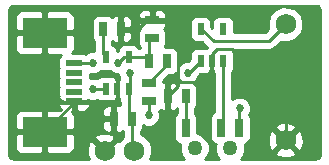
<source format=gtl>
G04 (created by PCBNEW (2013-03-31 BZR 4008)-stable) date 5/19/2013 11:59:27 AM*
%MOIN*%
G04 Gerber Fmt 3.4, Leading zero omitted, Abs format*
%FSLAX34Y34*%
G01*
G70*
G90*
G04 APERTURE LIST*
%ADD10C,0.006*%
%ADD11C,0.0688976*%
%ADD12C,0.05*%
%ADD13R,0.0275591X0.0590551*%
%ADD14R,0.025X0.045*%
%ADD15R,0.045X0.025*%
%ADD16R,0.0216535X0.0393701*%
%ADD17R,0.0551181X0.019685*%
%ADD18R,0.149606X0.0984252*%
%ADD19C,0.027*%
%ADD20C,0.01*%
G04 APERTURE END LIST*
G54D10*
G54D11*
X29330Y-18464D03*
X29330Y-22322D03*
X23307Y-22677D03*
X24291Y-22677D03*
G54D12*
X27480Y-22598D03*
X26299Y-22598D03*
G54D13*
X27185Y-21909D03*
X27775Y-21909D03*
X26003Y-21909D03*
G54D14*
X23243Y-18622D03*
X23843Y-18622D03*
X24197Y-21614D03*
X23597Y-21614D03*
X24778Y-19685D03*
X25378Y-19685D03*
G54D15*
X24763Y-20408D03*
X24763Y-21008D03*
X24881Y-18922D03*
X24881Y-18322D03*
G54D14*
X26008Y-20866D03*
X25408Y-20866D03*
G54D16*
X23346Y-20629D03*
X23720Y-20629D03*
X24094Y-20629D03*
X24094Y-19566D03*
X23346Y-19566D03*
X26496Y-19685D03*
X26870Y-19685D03*
X27244Y-19685D03*
X27244Y-18622D03*
X26496Y-18622D03*
G54D17*
X22283Y-20078D03*
X22283Y-20393D03*
X22283Y-20708D03*
X22283Y-21023D03*
X22283Y-19763D03*
G54D18*
X21299Y-18740D03*
X21299Y-22047D03*
G54D19*
X24291Y-18740D03*
X22480Y-18740D03*
X24763Y-21496D03*
X22913Y-20629D03*
X23750Y-19750D03*
X22900Y-19750D03*
X27795Y-21259D03*
X26062Y-20078D03*
X24133Y-20078D03*
G54D20*
X26870Y-19685D02*
X26870Y-19468D01*
X29330Y-21062D02*
X29330Y-22322D01*
X27559Y-19291D02*
X29330Y-21062D01*
X27047Y-19291D02*
X27559Y-19291D01*
X26870Y-19468D02*
X27047Y-19291D01*
X25748Y-20393D02*
X26535Y-20393D01*
X26870Y-20059D02*
X26870Y-19685D01*
X26535Y-20393D02*
X26870Y-20059D01*
X24881Y-18322D02*
X25329Y-18322D01*
X25748Y-20526D02*
X25408Y-20866D01*
X25748Y-18740D02*
X25748Y-20393D01*
X25748Y-20393D02*
X25748Y-20526D01*
X25329Y-18322D02*
X25748Y-18740D01*
X21299Y-18740D02*
X21299Y-22047D01*
X22480Y-18740D02*
X21299Y-18740D01*
X24291Y-18740D02*
X24709Y-18322D01*
X24709Y-18322D02*
X24881Y-18322D01*
X24173Y-18622D02*
X23843Y-18622D01*
X24291Y-18740D02*
X24173Y-18622D01*
X23597Y-21614D02*
X23597Y-21126D01*
X23597Y-21126D02*
X23720Y-21003D01*
X23597Y-21614D02*
X23597Y-22386D01*
X23597Y-22386D02*
X23307Y-22677D01*
X23720Y-21003D02*
X22303Y-21003D01*
X22303Y-21003D02*
X22283Y-21023D01*
X23720Y-20629D02*
X23720Y-21003D01*
X22283Y-21023D02*
X22283Y-21062D01*
X22283Y-21062D02*
X21299Y-22047D01*
X23346Y-19566D02*
X23243Y-19463D01*
X23243Y-19463D02*
X23243Y-18622D01*
X23346Y-20629D02*
X22913Y-20629D01*
X24763Y-21496D02*
X24763Y-21008D01*
X25378Y-19685D02*
X25378Y-19793D01*
X25378Y-19793D02*
X24763Y-20408D01*
X27244Y-19685D02*
X27244Y-21850D01*
X27244Y-21850D02*
X27185Y-21909D01*
X26008Y-20866D02*
X26008Y-21904D01*
X26008Y-21904D02*
X26003Y-21909D01*
X26496Y-18622D02*
X26929Y-19015D01*
X28779Y-19015D02*
X29330Y-18464D01*
X26929Y-19015D02*
X28779Y-19015D01*
X24881Y-18922D02*
X24778Y-19025D01*
X24778Y-19025D02*
X24778Y-19685D01*
X24094Y-19566D02*
X24660Y-19566D01*
X24660Y-19566D02*
X24778Y-19685D01*
X22283Y-19763D02*
X22886Y-19763D01*
X23933Y-19566D02*
X24094Y-19566D01*
X23750Y-19750D02*
X23933Y-19566D01*
X22886Y-19763D02*
X22900Y-19750D01*
X27775Y-21279D02*
X27775Y-21909D01*
X27795Y-21259D02*
X27775Y-21279D01*
X24094Y-20629D02*
X24133Y-20590D01*
X26102Y-20078D02*
X26496Y-19685D01*
X26062Y-20078D02*
X26102Y-20078D01*
X24133Y-20590D02*
X24133Y-20078D01*
X24197Y-21614D02*
X24197Y-22583D01*
X24197Y-22583D02*
X24291Y-22677D01*
X24094Y-20629D02*
X24094Y-21511D01*
X24094Y-21511D02*
X24197Y-21614D01*
G54D10*
G36*
X25942Y-22948D02*
X24822Y-22948D01*
X24885Y-22795D01*
X24885Y-22559D01*
X24795Y-22340D01*
X24628Y-22173D01*
X24497Y-22119D01*
X24497Y-22017D01*
X24534Y-21980D01*
X24572Y-21889D01*
X24572Y-21833D01*
X24686Y-21880D01*
X24840Y-21881D01*
X24981Y-21822D01*
X25089Y-21714D01*
X25148Y-21572D01*
X25148Y-21419D01*
X25119Y-21349D01*
X25130Y-21345D01*
X25163Y-21312D01*
X25234Y-21341D01*
X25296Y-21341D01*
X25358Y-21278D01*
X25358Y-20916D01*
X25350Y-20916D01*
X25350Y-20816D01*
X25358Y-20816D01*
X25358Y-20453D01*
X25296Y-20391D01*
X25238Y-20391D01*
X25238Y-20357D01*
X25436Y-20160D01*
X25553Y-20160D01*
X25645Y-20122D01*
X25677Y-20089D01*
X25677Y-20154D01*
X25736Y-20296D01*
X25831Y-20392D01*
X25742Y-20429D01*
X25708Y-20462D01*
X25675Y-20429D01*
X25583Y-20391D01*
X25521Y-20391D01*
X25458Y-20453D01*
X25458Y-20816D01*
X25466Y-20816D01*
X25466Y-20916D01*
X25458Y-20916D01*
X25458Y-21278D01*
X25521Y-21341D01*
X25583Y-21341D01*
X25675Y-21303D01*
X25708Y-21269D01*
X25708Y-21269D01*
X25708Y-21418D01*
X25654Y-21472D01*
X25616Y-21564D01*
X25616Y-21663D01*
X25616Y-22254D01*
X25654Y-22346D01*
X25724Y-22416D01*
X25816Y-22454D01*
X25817Y-22454D01*
X25799Y-22498D01*
X25799Y-22697D01*
X25875Y-22881D01*
X25942Y-22948D01*
X25942Y-22948D01*
G37*
G54D20*
X25942Y-22948D02*
X24822Y-22948D01*
X24885Y-22795D01*
X24885Y-22559D01*
X24795Y-22340D01*
X24628Y-22173D01*
X24497Y-22119D01*
X24497Y-22017D01*
X24534Y-21980D01*
X24572Y-21889D01*
X24572Y-21833D01*
X24686Y-21880D01*
X24840Y-21881D01*
X24981Y-21822D01*
X25089Y-21714D01*
X25148Y-21572D01*
X25148Y-21419D01*
X25119Y-21349D01*
X25130Y-21345D01*
X25163Y-21312D01*
X25234Y-21341D01*
X25296Y-21341D01*
X25358Y-21278D01*
X25358Y-20916D01*
X25350Y-20916D01*
X25350Y-20816D01*
X25358Y-20816D01*
X25358Y-20453D01*
X25296Y-20391D01*
X25238Y-20391D01*
X25238Y-20357D01*
X25436Y-20160D01*
X25553Y-20160D01*
X25645Y-20122D01*
X25677Y-20089D01*
X25677Y-20154D01*
X25736Y-20296D01*
X25831Y-20392D01*
X25742Y-20429D01*
X25708Y-20462D01*
X25675Y-20429D01*
X25583Y-20391D01*
X25521Y-20391D01*
X25458Y-20453D01*
X25458Y-20816D01*
X25466Y-20816D01*
X25466Y-20916D01*
X25458Y-20916D01*
X25458Y-21278D01*
X25521Y-21341D01*
X25583Y-21341D01*
X25675Y-21303D01*
X25708Y-21269D01*
X25708Y-21269D01*
X25708Y-21418D01*
X25654Y-21472D01*
X25616Y-21564D01*
X25616Y-21663D01*
X25616Y-22254D01*
X25654Y-22346D01*
X25724Y-22416D01*
X25816Y-22454D01*
X25817Y-22454D01*
X25799Y-22498D01*
X25799Y-22697D01*
X25875Y-22881D01*
X25942Y-22948D01*
G54D10*
G36*
X27123Y-22948D02*
X26655Y-22948D01*
X26722Y-22882D01*
X26799Y-22698D01*
X26799Y-22499D01*
X26723Y-22315D01*
X26582Y-22174D01*
X26399Y-22098D01*
X26391Y-22098D01*
X26391Y-21564D01*
X26353Y-21472D01*
X26308Y-21427D01*
X26308Y-21269D01*
X26345Y-21232D01*
X26383Y-21141D01*
X26383Y-21041D01*
X26383Y-20591D01*
X26345Y-20499D01*
X26275Y-20429D01*
X26249Y-20418D01*
X26280Y-20405D01*
X26389Y-20297D01*
X26446Y-20158D01*
X26473Y-20131D01*
X26653Y-20131D01*
X26683Y-20119D01*
X26712Y-20131D01*
X26757Y-20131D01*
X26820Y-20069D01*
X26820Y-20014D01*
X26854Y-19931D01*
X26854Y-19832D01*
X26854Y-19627D01*
X26885Y-19627D01*
X26885Y-19931D01*
X26920Y-20014D01*
X26920Y-20069D01*
X26944Y-20093D01*
X26944Y-21386D01*
X26905Y-21402D01*
X26835Y-21472D01*
X26797Y-21564D01*
X26797Y-21663D01*
X26797Y-22254D01*
X26835Y-22346D01*
X26905Y-22416D01*
X26997Y-22454D01*
X26998Y-22454D01*
X26980Y-22498D01*
X26980Y-22697D01*
X27056Y-22881D01*
X27123Y-22948D01*
X27123Y-22948D01*
G37*
G54D20*
X27123Y-22948D02*
X26655Y-22948D01*
X26722Y-22882D01*
X26799Y-22698D01*
X26799Y-22499D01*
X26723Y-22315D01*
X26582Y-22174D01*
X26399Y-22098D01*
X26391Y-22098D01*
X26391Y-21564D01*
X26353Y-21472D01*
X26308Y-21427D01*
X26308Y-21269D01*
X26345Y-21232D01*
X26383Y-21141D01*
X26383Y-21041D01*
X26383Y-20591D01*
X26345Y-20499D01*
X26275Y-20429D01*
X26249Y-20418D01*
X26280Y-20405D01*
X26389Y-20297D01*
X26446Y-20158D01*
X26473Y-20131D01*
X26653Y-20131D01*
X26683Y-20119D01*
X26712Y-20131D01*
X26757Y-20131D01*
X26820Y-20069D01*
X26820Y-20014D01*
X26854Y-19931D01*
X26854Y-19832D01*
X26854Y-19627D01*
X26885Y-19627D01*
X26885Y-19931D01*
X26920Y-20014D01*
X26920Y-20069D01*
X26944Y-20093D01*
X26944Y-21386D01*
X26905Y-21402D01*
X26835Y-21472D01*
X26797Y-21564D01*
X26797Y-21663D01*
X26797Y-22254D01*
X26835Y-22346D01*
X26905Y-22416D01*
X26997Y-22454D01*
X26998Y-22454D01*
X26980Y-22498D01*
X26980Y-22697D01*
X27056Y-22881D01*
X27123Y-22948D01*
G54D10*
G36*
X30468Y-22806D02*
X30454Y-22876D01*
X30430Y-22911D01*
X30395Y-22935D01*
X30326Y-22948D01*
X29929Y-22948D01*
X29929Y-22415D01*
X29919Y-22178D01*
X29848Y-22008D01*
X29748Y-21975D01*
X29678Y-22046D01*
X29678Y-21904D01*
X29645Y-21804D01*
X29423Y-21723D01*
X29186Y-21734D01*
X29016Y-21804D01*
X28983Y-21904D01*
X29330Y-22252D01*
X29678Y-21904D01*
X29678Y-22046D01*
X29401Y-22322D01*
X29748Y-22670D01*
X29848Y-22637D01*
X29929Y-22415D01*
X29929Y-22948D01*
X29678Y-22948D01*
X29678Y-22740D01*
X29330Y-22393D01*
X29259Y-22464D01*
X29259Y-22322D01*
X28912Y-21975D01*
X28812Y-22008D01*
X28731Y-22230D01*
X28741Y-22466D01*
X28812Y-22637D01*
X28912Y-22670D01*
X29259Y-22322D01*
X29259Y-22464D01*
X28983Y-22740D01*
X29016Y-22840D01*
X29238Y-22921D01*
X29474Y-22911D01*
X29645Y-22840D01*
X29678Y-22740D01*
X29678Y-22948D01*
X27837Y-22948D01*
X27903Y-22882D01*
X27980Y-22698D01*
X27980Y-22499D01*
X27961Y-22454D01*
X27962Y-22454D01*
X28054Y-22416D01*
X28125Y-22346D01*
X28163Y-22254D01*
X28163Y-22155D01*
X28163Y-21564D01*
X28125Y-21472D01*
X28124Y-21471D01*
X28180Y-21336D01*
X28180Y-21183D01*
X28121Y-21042D01*
X28013Y-20933D01*
X27872Y-20874D01*
X27719Y-20874D01*
X27577Y-20933D01*
X27544Y-20966D01*
X27544Y-20043D01*
X27564Y-20023D01*
X27602Y-19931D01*
X27602Y-19832D01*
X27602Y-19438D01*
X27564Y-19346D01*
X27533Y-19315D01*
X28779Y-19315D01*
X28779Y-19315D01*
X28894Y-19292D01*
X28894Y-19292D01*
X28991Y-19227D01*
X29175Y-19043D01*
X29211Y-19058D01*
X29448Y-19059D01*
X29667Y-18968D01*
X29834Y-18801D01*
X29925Y-18583D01*
X29925Y-18346D01*
X29834Y-18128D01*
X29667Y-17960D01*
X29449Y-17870D01*
X29212Y-17869D01*
X28994Y-17960D01*
X28827Y-18127D01*
X28736Y-18345D01*
X28736Y-18582D01*
X28751Y-18619D01*
X28655Y-18715D01*
X27602Y-18715D01*
X27602Y-18375D01*
X27564Y-18283D01*
X27494Y-18213D01*
X27402Y-18175D01*
X27302Y-18175D01*
X27086Y-18175D01*
X26994Y-18213D01*
X26924Y-18283D01*
X26885Y-18375D01*
X26885Y-18474D01*
X26885Y-18571D01*
X26854Y-18542D01*
X26854Y-18375D01*
X26816Y-18283D01*
X26746Y-18213D01*
X26654Y-18175D01*
X26554Y-18175D01*
X26338Y-18175D01*
X26246Y-18213D01*
X26175Y-18283D01*
X26137Y-18375D01*
X26137Y-18474D01*
X26137Y-18868D01*
X26175Y-18960D01*
X26245Y-19030D01*
X26337Y-19068D01*
X26437Y-19068D01*
X26541Y-19068D01*
X26727Y-19237D01*
X26727Y-19238D01*
X26712Y-19238D01*
X26683Y-19250D01*
X26654Y-19238D01*
X26554Y-19238D01*
X26338Y-19238D01*
X26246Y-19276D01*
X26175Y-19346D01*
X26137Y-19438D01*
X26137Y-19537D01*
X26137Y-19619D01*
X26063Y-19693D01*
X25986Y-19693D01*
X25845Y-19752D01*
X25753Y-19843D01*
X25753Y-19410D01*
X25715Y-19318D01*
X25645Y-19248D01*
X25553Y-19210D01*
X25454Y-19209D01*
X25297Y-19209D01*
X25318Y-19188D01*
X25356Y-19096D01*
X25356Y-18997D01*
X25356Y-18747D01*
X25318Y-18655D01*
X25285Y-18622D01*
X25318Y-18588D01*
X25356Y-18496D01*
X25356Y-18147D01*
X25318Y-18055D01*
X25248Y-17985D01*
X25156Y-17947D01*
X25057Y-17947D01*
X24994Y-17947D01*
X24931Y-18009D01*
X24931Y-18272D01*
X25294Y-18272D01*
X25356Y-18209D01*
X25356Y-18147D01*
X25356Y-18496D01*
X25356Y-18434D01*
X25294Y-18372D01*
X24931Y-18372D01*
X24931Y-18379D01*
X24831Y-18379D01*
X24831Y-18372D01*
X24831Y-18272D01*
X24831Y-18009D01*
X24769Y-17947D01*
X24706Y-17947D01*
X24606Y-17947D01*
X24515Y-17985D01*
X24444Y-18055D01*
X24406Y-18147D01*
X24406Y-18209D01*
X24469Y-18272D01*
X24831Y-18272D01*
X24831Y-18372D01*
X24469Y-18372D01*
X24406Y-18434D01*
X24406Y-18496D01*
X24444Y-18588D01*
X24478Y-18622D01*
X24445Y-18655D01*
X24406Y-18747D01*
X24406Y-18846D01*
X24406Y-19096D01*
X24444Y-19188D01*
X24478Y-19222D01*
X24478Y-19266D01*
X24430Y-19266D01*
X24414Y-19228D01*
X24344Y-19158D01*
X24252Y-19120D01*
X24218Y-19120D01*
X24218Y-18797D01*
X24218Y-18446D01*
X24218Y-18347D01*
X24180Y-18255D01*
X24109Y-18184D01*
X24017Y-18147D01*
X23955Y-18147D01*
X23893Y-18209D01*
X23893Y-18572D01*
X24155Y-18572D01*
X24218Y-18509D01*
X24218Y-18446D01*
X24218Y-18797D01*
X24218Y-18734D01*
X24155Y-18672D01*
X23893Y-18672D01*
X23893Y-19034D01*
X23955Y-19097D01*
X24017Y-19097D01*
X24109Y-19059D01*
X24180Y-18988D01*
X24218Y-18896D01*
X24218Y-18797D01*
X24218Y-19120D01*
X24153Y-19120D01*
X23936Y-19120D01*
X23844Y-19158D01*
X23774Y-19228D01*
X23736Y-19320D01*
X23736Y-19344D01*
X23720Y-19354D01*
X23710Y-19364D01*
X23704Y-19364D01*
X23704Y-19320D01*
X23666Y-19228D01*
X23596Y-19158D01*
X23543Y-19136D01*
X23543Y-19025D01*
X23576Y-19059D01*
X23668Y-19097D01*
X23730Y-19097D01*
X23793Y-19034D01*
X23793Y-18672D01*
X23785Y-18672D01*
X23785Y-18572D01*
X23793Y-18572D01*
X23793Y-18209D01*
X23730Y-18147D01*
X23668Y-18147D01*
X23576Y-18184D01*
X23543Y-18218D01*
X23510Y-18185D01*
X23418Y-18147D01*
X23318Y-18147D01*
X23068Y-18147D01*
X22976Y-18184D01*
X22906Y-18255D01*
X22868Y-18347D01*
X22868Y-18446D01*
X22868Y-18896D01*
X22906Y-18988D01*
X22943Y-19025D01*
X22943Y-19365D01*
X22823Y-19364D01*
X22682Y-19423D01*
X22666Y-19439D01*
X22609Y-19415D01*
X22509Y-19415D01*
X22217Y-19415D01*
X22259Y-19373D01*
X22297Y-19281D01*
X22297Y-18198D01*
X22259Y-18106D01*
X22189Y-18036D01*
X22097Y-17998D01*
X21997Y-17997D01*
X21411Y-17998D01*
X21349Y-18060D01*
X21349Y-18690D01*
X22234Y-18690D01*
X22297Y-18627D01*
X22297Y-18198D01*
X22297Y-19281D01*
X22297Y-18852D01*
X22234Y-18790D01*
X21349Y-18790D01*
X21349Y-19419D01*
X21411Y-19482D01*
X21837Y-19482D01*
X21796Y-19523D01*
X21757Y-19615D01*
X21757Y-19714D01*
X21757Y-19911D01*
X21761Y-19921D01*
X21757Y-19930D01*
X21757Y-20029D01*
X21757Y-20226D01*
X21761Y-20236D01*
X21757Y-20245D01*
X21757Y-20344D01*
X21757Y-20541D01*
X21761Y-20551D01*
X21757Y-20560D01*
X21757Y-20659D01*
X21757Y-20856D01*
X21761Y-20866D01*
X21757Y-20875D01*
X21757Y-20911D01*
X21820Y-20974D01*
X21821Y-20974D01*
X21866Y-21018D01*
X21957Y-21057D01*
X22057Y-21057D01*
X22608Y-21057D01*
X22700Y-21019D01*
X22743Y-20976D01*
X22836Y-21014D01*
X22989Y-21014D01*
X23048Y-20990D01*
X23096Y-21038D01*
X23188Y-21076D01*
X23287Y-21076D01*
X23504Y-21076D01*
X23533Y-21064D01*
X23562Y-21076D01*
X23607Y-21076D01*
X23670Y-21014D01*
X23670Y-20959D01*
X23704Y-20876D01*
X23704Y-20777D01*
X23704Y-20383D01*
X23670Y-20300D01*
X23670Y-20245D01*
X23607Y-20183D01*
X23562Y-20183D01*
X23533Y-20195D01*
X23504Y-20183D01*
X23405Y-20183D01*
X23188Y-20183D01*
X23096Y-20221D01*
X23048Y-20269D01*
X22990Y-20244D01*
X22837Y-20244D01*
X22809Y-20256D01*
X22809Y-20245D01*
X22805Y-20236D01*
X22809Y-20227D01*
X22809Y-20129D01*
X22823Y-20134D01*
X22976Y-20135D01*
X23117Y-20076D01*
X23182Y-20011D01*
X23188Y-20013D01*
X23287Y-20013D01*
X23469Y-20013D01*
X23531Y-20076D01*
X23673Y-20134D01*
X23748Y-20134D01*
X23748Y-20154D01*
X23781Y-20234D01*
X23770Y-20245D01*
X23770Y-20300D01*
X23736Y-20383D01*
X23736Y-20482D01*
X23736Y-20876D01*
X23770Y-20959D01*
X23770Y-21014D01*
X23794Y-21038D01*
X23794Y-21148D01*
X23772Y-21139D01*
X23710Y-21139D01*
X23647Y-21201D01*
X23647Y-21564D01*
X23655Y-21564D01*
X23655Y-21664D01*
X23647Y-21664D01*
X23647Y-22026D01*
X23710Y-22089D01*
X23772Y-22089D01*
X23864Y-22051D01*
X23897Y-22017D01*
X23897Y-22017D01*
X23897Y-22230D01*
X23787Y-22339D01*
X23783Y-22349D01*
X23725Y-22329D01*
X23654Y-22400D01*
X23654Y-22259D01*
X23621Y-22159D01*
X23429Y-22089D01*
X23485Y-22089D01*
X23547Y-22026D01*
X23547Y-21664D01*
X23547Y-21564D01*
X23547Y-21201D01*
X23485Y-21139D01*
X23423Y-21139D01*
X23331Y-21177D01*
X23260Y-21247D01*
X23222Y-21339D01*
X23222Y-21438D01*
X23222Y-21501D01*
X23285Y-21564D01*
X23547Y-21564D01*
X23547Y-21664D01*
X23285Y-21664D01*
X23222Y-21726D01*
X23222Y-21789D01*
X23222Y-21889D01*
X23260Y-21980D01*
X23331Y-22051D01*
X23396Y-22078D01*
X23163Y-22088D01*
X22992Y-22159D01*
X22959Y-22259D01*
X23307Y-22606D01*
X23654Y-22259D01*
X23654Y-22400D01*
X23377Y-22677D01*
X23383Y-22682D01*
X23312Y-22753D01*
X23307Y-22747D01*
X23301Y-22753D01*
X23230Y-22682D01*
X23236Y-22677D01*
X22888Y-22329D01*
X22809Y-22355D01*
X22809Y-21171D01*
X22809Y-21135D01*
X22746Y-21072D01*
X22333Y-21072D01*
X22333Y-21309D01*
X22395Y-21372D01*
X22509Y-21372D01*
X22609Y-21372D01*
X22700Y-21333D01*
X22771Y-21263D01*
X22809Y-21171D01*
X22809Y-22355D01*
X22788Y-22362D01*
X22708Y-22584D01*
X22718Y-22821D01*
X22771Y-22948D01*
X22297Y-22948D01*
X22297Y-22588D01*
X22297Y-21505D01*
X22259Y-21413D01*
X22194Y-21348D01*
X22233Y-21309D01*
X22233Y-21072D01*
X21820Y-21072D01*
X21757Y-21135D01*
X21757Y-21171D01*
X21795Y-21263D01*
X21837Y-21305D01*
X21411Y-21305D01*
X21349Y-21367D01*
X21349Y-21997D01*
X22234Y-21997D01*
X22297Y-21934D01*
X22297Y-21505D01*
X22297Y-22588D01*
X22297Y-22159D01*
X22234Y-22097D01*
X21349Y-22097D01*
X21349Y-22726D01*
X21411Y-22789D01*
X21997Y-22789D01*
X22097Y-22789D01*
X22189Y-22751D01*
X22259Y-22680D01*
X22297Y-22588D01*
X22297Y-22948D01*
X21249Y-22948D01*
X21249Y-22726D01*
X21249Y-22097D01*
X21249Y-21997D01*
X21249Y-21367D01*
X21249Y-19419D01*
X21249Y-18790D01*
X21249Y-18690D01*
X21249Y-18060D01*
X21186Y-17998D01*
X20600Y-17997D01*
X20501Y-17998D01*
X20409Y-18036D01*
X20339Y-18106D01*
X20301Y-18198D01*
X20301Y-18627D01*
X20363Y-18690D01*
X21249Y-18690D01*
X21249Y-18790D01*
X20363Y-18790D01*
X20301Y-18852D01*
X20301Y-19281D01*
X20339Y-19373D01*
X20409Y-19444D01*
X20501Y-19482D01*
X20600Y-19482D01*
X21186Y-19482D01*
X21249Y-19419D01*
X21249Y-21367D01*
X21186Y-21305D01*
X20600Y-21305D01*
X20501Y-21305D01*
X20409Y-21343D01*
X20339Y-21413D01*
X20301Y-21505D01*
X20301Y-21934D01*
X20363Y-21997D01*
X21249Y-21997D01*
X21249Y-22097D01*
X20363Y-22097D01*
X20301Y-22159D01*
X20301Y-22588D01*
X20339Y-22680D01*
X20409Y-22751D01*
X20501Y-22789D01*
X20600Y-22789D01*
X21186Y-22789D01*
X21249Y-22726D01*
X21249Y-22948D01*
X20264Y-22948D01*
X20194Y-22935D01*
X20159Y-22911D01*
X20135Y-22876D01*
X20122Y-22807D01*
X20122Y-17980D01*
X20135Y-17911D01*
X20159Y-17876D01*
X20194Y-17852D01*
X20264Y-17838D01*
X30326Y-17838D01*
X30395Y-17852D01*
X30430Y-17875D01*
X30454Y-17911D01*
X30468Y-17980D01*
X30468Y-22806D01*
X30468Y-22806D01*
G37*
G54D20*
X30468Y-22806D02*
X30454Y-22876D01*
X30430Y-22911D01*
X30395Y-22935D01*
X30326Y-22948D01*
X29929Y-22948D01*
X29929Y-22415D01*
X29919Y-22178D01*
X29848Y-22008D01*
X29748Y-21975D01*
X29678Y-22046D01*
X29678Y-21904D01*
X29645Y-21804D01*
X29423Y-21723D01*
X29186Y-21734D01*
X29016Y-21804D01*
X28983Y-21904D01*
X29330Y-22252D01*
X29678Y-21904D01*
X29678Y-22046D01*
X29401Y-22322D01*
X29748Y-22670D01*
X29848Y-22637D01*
X29929Y-22415D01*
X29929Y-22948D01*
X29678Y-22948D01*
X29678Y-22740D01*
X29330Y-22393D01*
X29259Y-22464D01*
X29259Y-22322D01*
X28912Y-21975D01*
X28812Y-22008D01*
X28731Y-22230D01*
X28741Y-22466D01*
X28812Y-22637D01*
X28912Y-22670D01*
X29259Y-22322D01*
X29259Y-22464D01*
X28983Y-22740D01*
X29016Y-22840D01*
X29238Y-22921D01*
X29474Y-22911D01*
X29645Y-22840D01*
X29678Y-22740D01*
X29678Y-22948D01*
X27837Y-22948D01*
X27903Y-22882D01*
X27980Y-22698D01*
X27980Y-22499D01*
X27961Y-22454D01*
X27962Y-22454D01*
X28054Y-22416D01*
X28125Y-22346D01*
X28163Y-22254D01*
X28163Y-22155D01*
X28163Y-21564D01*
X28125Y-21472D01*
X28124Y-21471D01*
X28180Y-21336D01*
X28180Y-21183D01*
X28121Y-21042D01*
X28013Y-20933D01*
X27872Y-20874D01*
X27719Y-20874D01*
X27577Y-20933D01*
X27544Y-20966D01*
X27544Y-20043D01*
X27564Y-20023D01*
X27602Y-19931D01*
X27602Y-19832D01*
X27602Y-19438D01*
X27564Y-19346D01*
X27533Y-19315D01*
X28779Y-19315D01*
X28779Y-19315D01*
X28894Y-19292D01*
X28894Y-19292D01*
X28991Y-19227D01*
X29175Y-19043D01*
X29211Y-19058D01*
X29448Y-19059D01*
X29667Y-18968D01*
X29834Y-18801D01*
X29925Y-18583D01*
X29925Y-18346D01*
X29834Y-18128D01*
X29667Y-17960D01*
X29449Y-17870D01*
X29212Y-17869D01*
X28994Y-17960D01*
X28827Y-18127D01*
X28736Y-18345D01*
X28736Y-18582D01*
X28751Y-18619D01*
X28655Y-18715D01*
X27602Y-18715D01*
X27602Y-18375D01*
X27564Y-18283D01*
X27494Y-18213D01*
X27402Y-18175D01*
X27302Y-18175D01*
X27086Y-18175D01*
X26994Y-18213D01*
X26924Y-18283D01*
X26885Y-18375D01*
X26885Y-18474D01*
X26885Y-18571D01*
X26854Y-18542D01*
X26854Y-18375D01*
X26816Y-18283D01*
X26746Y-18213D01*
X26654Y-18175D01*
X26554Y-18175D01*
X26338Y-18175D01*
X26246Y-18213D01*
X26175Y-18283D01*
X26137Y-18375D01*
X26137Y-18474D01*
X26137Y-18868D01*
X26175Y-18960D01*
X26245Y-19030D01*
X26337Y-19068D01*
X26437Y-19068D01*
X26541Y-19068D01*
X26727Y-19237D01*
X26727Y-19238D01*
X26712Y-19238D01*
X26683Y-19250D01*
X26654Y-19238D01*
X26554Y-19238D01*
X26338Y-19238D01*
X26246Y-19276D01*
X26175Y-19346D01*
X26137Y-19438D01*
X26137Y-19537D01*
X26137Y-19619D01*
X26063Y-19693D01*
X25986Y-19693D01*
X25845Y-19752D01*
X25753Y-19843D01*
X25753Y-19410D01*
X25715Y-19318D01*
X25645Y-19248D01*
X25553Y-19210D01*
X25454Y-19209D01*
X25297Y-19209D01*
X25318Y-19188D01*
X25356Y-19096D01*
X25356Y-18997D01*
X25356Y-18747D01*
X25318Y-18655D01*
X25285Y-18622D01*
X25318Y-18588D01*
X25356Y-18496D01*
X25356Y-18147D01*
X25318Y-18055D01*
X25248Y-17985D01*
X25156Y-17947D01*
X25057Y-17947D01*
X24994Y-17947D01*
X24931Y-18009D01*
X24931Y-18272D01*
X25294Y-18272D01*
X25356Y-18209D01*
X25356Y-18147D01*
X25356Y-18496D01*
X25356Y-18434D01*
X25294Y-18372D01*
X24931Y-18372D01*
X24931Y-18379D01*
X24831Y-18379D01*
X24831Y-18372D01*
X24831Y-18272D01*
X24831Y-18009D01*
X24769Y-17947D01*
X24706Y-17947D01*
X24606Y-17947D01*
X24515Y-17985D01*
X24444Y-18055D01*
X24406Y-18147D01*
X24406Y-18209D01*
X24469Y-18272D01*
X24831Y-18272D01*
X24831Y-18372D01*
X24469Y-18372D01*
X24406Y-18434D01*
X24406Y-18496D01*
X24444Y-18588D01*
X24478Y-18622D01*
X24445Y-18655D01*
X24406Y-18747D01*
X24406Y-18846D01*
X24406Y-19096D01*
X24444Y-19188D01*
X24478Y-19222D01*
X24478Y-19266D01*
X24430Y-19266D01*
X24414Y-19228D01*
X24344Y-19158D01*
X24252Y-19120D01*
X24218Y-19120D01*
X24218Y-18797D01*
X24218Y-18446D01*
X24218Y-18347D01*
X24180Y-18255D01*
X24109Y-18184D01*
X24017Y-18147D01*
X23955Y-18147D01*
X23893Y-18209D01*
X23893Y-18572D01*
X24155Y-18572D01*
X24218Y-18509D01*
X24218Y-18446D01*
X24218Y-18797D01*
X24218Y-18734D01*
X24155Y-18672D01*
X23893Y-18672D01*
X23893Y-19034D01*
X23955Y-19097D01*
X24017Y-19097D01*
X24109Y-19059D01*
X24180Y-18988D01*
X24218Y-18896D01*
X24218Y-18797D01*
X24218Y-19120D01*
X24153Y-19120D01*
X23936Y-19120D01*
X23844Y-19158D01*
X23774Y-19228D01*
X23736Y-19320D01*
X23736Y-19344D01*
X23720Y-19354D01*
X23710Y-19364D01*
X23704Y-19364D01*
X23704Y-19320D01*
X23666Y-19228D01*
X23596Y-19158D01*
X23543Y-19136D01*
X23543Y-19025D01*
X23576Y-19059D01*
X23668Y-19097D01*
X23730Y-19097D01*
X23793Y-19034D01*
X23793Y-18672D01*
X23785Y-18672D01*
X23785Y-18572D01*
X23793Y-18572D01*
X23793Y-18209D01*
X23730Y-18147D01*
X23668Y-18147D01*
X23576Y-18184D01*
X23543Y-18218D01*
X23510Y-18185D01*
X23418Y-18147D01*
X23318Y-18147D01*
X23068Y-18147D01*
X22976Y-18184D01*
X22906Y-18255D01*
X22868Y-18347D01*
X22868Y-18446D01*
X22868Y-18896D01*
X22906Y-18988D01*
X22943Y-19025D01*
X22943Y-19365D01*
X22823Y-19364D01*
X22682Y-19423D01*
X22666Y-19439D01*
X22609Y-19415D01*
X22509Y-19415D01*
X22217Y-19415D01*
X22259Y-19373D01*
X22297Y-19281D01*
X22297Y-18198D01*
X22259Y-18106D01*
X22189Y-18036D01*
X22097Y-17998D01*
X21997Y-17997D01*
X21411Y-17998D01*
X21349Y-18060D01*
X21349Y-18690D01*
X22234Y-18690D01*
X22297Y-18627D01*
X22297Y-18198D01*
X22297Y-19281D01*
X22297Y-18852D01*
X22234Y-18790D01*
X21349Y-18790D01*
X21349Y-19419D01*
X21411Y-19482D01*
X21837Y-19482D01*
X21796Y-19523D01*
X21757Y-19615D01*
X21757Y-19714D01*
X21757Y-19911D01*
X21761Y-19921D01*
X21757Y-19930D01*
X21757Y-20029D01*
X21757Y-20226D01*
X21761Y-20236D01*
X21757Y-20245D01*
X21757Y-20344D01*
X21757Y-20541D01*
X21761Y-20551D01*
X21757Y-20560D01*
X21757Y-20659D01*
X21757Y-20856D01*
X21761Y-20866D01*
X21757Y-20875D01*
X21757Y-20911D01*
X21820Y-20974D01*
X21821Y-20974D01*
X21866Y-21018D01*
X21957Y-21057D01*
X22057Y-21057D01*
X22608Y-21057D01*
X22700Y-21019D01*
X22743Y-20976D01*
X22836Y-21014D01*
X22989Y-21014D01*
X23048Y-20990D01*
X23096Y-21038D01*
X23188Y-21076D01*
X23287Y-21076D01*
X23504Y-21076D01*
X23533Y-21064D01*
X23562Y-21076D01*
X23607Y-21076D01*
X23670Y-21014D01*
X23670Y-20959D01*
X23704Y-20876D01*
X23704Y-20777D01*
X23704Y-20383D01*
X23670Y-20300D01*
X23670Y-20245D01*
X23607Y-20183D01*
X23562Y-20183D01*
X23533Y-20195D01*
X23504Y-20183D01*
X23405Y-20183D01*
X23188Y-20183D01*
X23096Y-20221D01*
X23048Y-20269D01*
X22990Y-20244D01*
X22837Y-20244D01*
X22809Y-20256D01*
X22809Y-20245D01*
X22805Y-20236D01*
X22809Y-20227D01*
X22809Y-20129D01*
X22823Y-20134D01*
X22976Y-20135D01*
X23117Y-20076D01*
X23182Y-20011D01*
X23188Y-20013D01*
X23287Y-20013D01*
X23469Y-20013D01*
X23531Y-20076D01*
X23673Y-20134D01*
X23748Y-20134D01*
X23748Y-20154D01*
X23781Y-20234D01*
X23770Y-20245D01*
X23770Y-20300D01*
X23736Y-20383D01*
X23736Y-20482D01*
X23736Y-20876D01*
X23770Y-20959D01*
X23770Y-21014D01*
X23794Y-21038D01*
X23794Y-21148D01*
X23772Y-21139D01*
X23710Y-21139D01*
X23647Y-21201D01*
X23647Y-21564D01*
X23655Y-21564D01*
X23655Y-21664D01*
X23647Y-21664D01*
X23647Y-22026D01*
X23710Y-22089D01*
X23772Y-22089D01*
X23864Y-22051D01*
X23897Y-22017D01*
X23897Y-22017D01*
X23897Y-22230D01*
X23787Y-22339D01*
X23783Y-22349D01*
X23725Y-22329D01*
X23654Y-22400D01*
X23654Y-22259D01*
X23621Y-22159D01*
X23429Y-22089D01*
X23485Y-22089D01*
X23547Y-22026D01*
X23547Y-21664D01*
X23547Y-21564D01*
X23547Y-21201D01*
X23485Y-21139D01*
X23423Y-21139D01*
X23331Y-21177D01*
X23260Y-21247D01*
X23222Y-21339D01*
X23222Y-21438D01*
X23222Y-21501D01*
X23285Y-21564D01*
X23547Y-21564D01*
X23547Y-21664D01*
X23285Y-21664D01*
X23222Y-21726D01*
X23222Y-21789D01*
X23222Y-21889D01*
X23260Y-21980D01*
X23331Y-22051D01*
X23396Y-22078D01*
X23163Y-22088D01*
X22992Y-22159D01*
X22959Y-22259D01*
X23307Y-22606D01*
X23654Y-22259D01*
X23654Y-22400D01*
X23377Y-22677D01*
X23383Y-22682D01*
X23312Y-22753D01*
X23307Y-22747D01*
X23301Y-22753D01*
X23230Y-22682D01*
X23236Y-22677D01*
X22888Y-22329D01*
X22809Y-22355D01*
X22809Y-21171D01*
X22809Y-21135D01*
X22746Y-21072D01*
X22333Y-21072D01*
X22333Y-21309D01*
X22395Y-21372D01*
X22509Y-21372D01*
X22609Y-21372D01*
X22700Y-21333D01*
X22771Y-21263D01*
X22809Y-21171D01*
X22809Y-22355D01*
X22788Y-22362D01*
X22708Y-22584D01*
X22718Y-22821D01*
X22771Y-22948D01*
X22297Y-22948D01*
X22297Y-22588D01*
X22297Y-21505D01*
X22259Y-21413D01*
X22194Y-21348D01*
X22233Y-21309D01*
X22233Y-21072D01*
X21820Y-21072D01*
X21757Y-21135D01*
X21757Y-21171D01*
X21795Y-21263D01*
X21837Y-21305D01*
X21411Y-21305D01*
X21349Y-21367D01*
X21349Y-21997D01*
X22234Y-21997D01*
X22297Y-21934D01*
X22297Y-21505D01*
X22297Y-22588D01*
X22297Y-22159D01*
X22234Y-22097D01*
X21349Y-22097D01*
X21349Y-22726D01*
X21411Y-22789D01*
X21997Y-22789D01*
X22097Y-22789D01*
X22189Y-22751D01*
X22259Y-22680D01*
X22297Y-22588D01*
X22297Y-22948D01*
X21249Y-22948D01*
X21249Y-22726D01*
X21249Y-22097D01*
X21249Y-21997D01*
X21249Y-21367D01*
X21249Y-19419D01*
X21249Y-18790D01*
X21249Y-18690D01*
X21249Y-18060D01*
X21186Y-17998D01*
X20600Y-17997D01*
X20501Y-17998D01*
X20409Y-18036D01*
X20339Y-18106D01*
X20301Y-18198D01*
X20301Y-18627D01*
X20363Y-18690D01*
X21249Y-18690D01*
X21249Y-18790D01*
X20363Y-18790D01*
X20301Y-18852D01*
X20301Y-19281D01*
X20339Y-19373D01*
X20409Y-19444D01*
X20501Y-19482D01*
X20600Y-19482D01*
X21186Y-19482D01*
X21249Y-19419D01*
X21249Y-21367D01*
X21186Y-21305D01*
X20600Y-21305D01*
X20501Y-21305D01*
X20409Y-21343D01*
X20339Y-21413D01*
X20301Y-21505D01*
X20301Y-21934D01*
X20363Y-21997D01*
X21249Y-21997D01*
X21249Y-22097D01*
X20363Y-22097D01*
X20301Y-22159D01*
X20301Y-22588D01*
X20339Y-22680D01*
X20409Y-22751D01*
X20501Y-22789D01*
X20600Y-22789D01*
X21186Y-22789D01*
X21249Y-22726D01*
X21249Y-22948D01*
X20264Y-22948D01*
X20194Y-22935D01*
X20159Y-22911D01*
X20135Y-22876D01*
X20122Y-22807D01*
X20122Y-17980D01*
X20135Y-17911D01*
X20159Y-17876D01*
X20194Y-17852D01*
X20264Y-17838D01*
X30326Y-17838D01*
X30395Y-17852D01*
X30430Y-17875D01*
X30454Y-17911D01*
X30468Y-17980D01*
X30468Y-22806D01*
M02*

</source>
